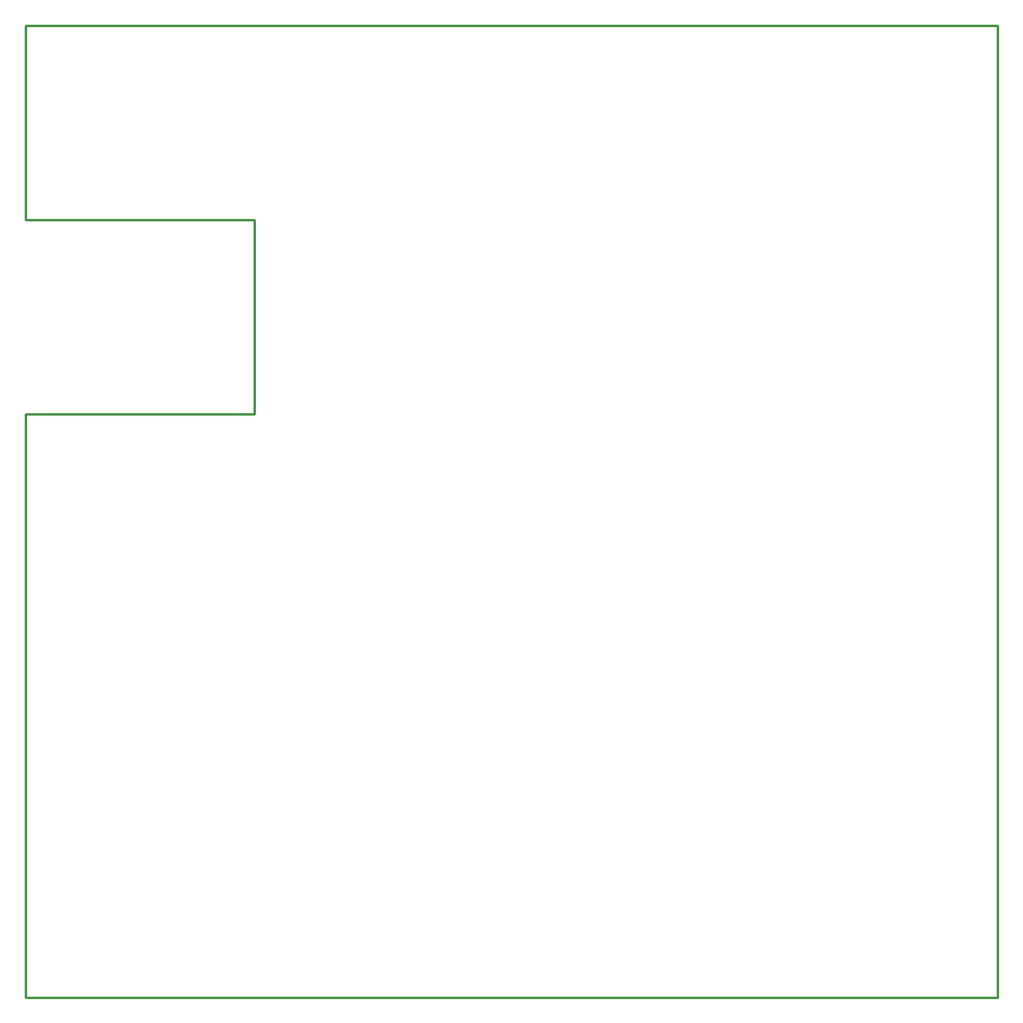
<source format=gko>
*
*
G04 PADS 9.5 Build Number: 522968 generated Gerber (RS-274-X) file*
G04 PC Version=2.1*
*
%IN "DriverBoardRev2.pcb"*%
*
%MOIN*%
*
%FSLAX35Y35*%
*
*
*
*
G04 PC Standard Apertures*
*
*
G04 Thermal Relief Aperture macro.*
%AMTER*
1,1,$1,0,0*
1,0,$1-$2,0,0*
21,0,$3,$4,0,0,45*
21,0,$3,$4,0,0,135*
%
*
*
G04 Annular Aperture macro.*
%AMANN*
1,1,$1,0,0*
1,0,$2,0,0*
%
*
*
G04 Odd Aperture macro.*
%AMODD*
1,1,$1,0,0*
1,0,$1-0.005,0,0*
%
*
*
G04 PC Custom Aperture Macros*
*
*
*
*
*
*
G04 PC Aperture Table*
*
%ADD010C,0.001*%
%ADD011C,0.01*%
*
*
*
*
G04 PC Circuitry*
G04 Layer Name DriverBoardRev2.pcb - circuitry*
%LPD*%
*
*
G04 PC Custom Flashes*
G04 Layer Name DriverBoardRev2.pcb - flashes*
%LPD*%
*
*
G04 PC Circuitry*
G04 Layer Name DriverBoardRev2.pcb - circuitry*
%LPD*%
*
G54D10*
G54D11*
G01X500Y500D02*
X394201D01*
Y394201*
X500*
Y315461*
X93020*
Y236720*
X500*
Y500*
X0Y0D02*
M02*

</source>
